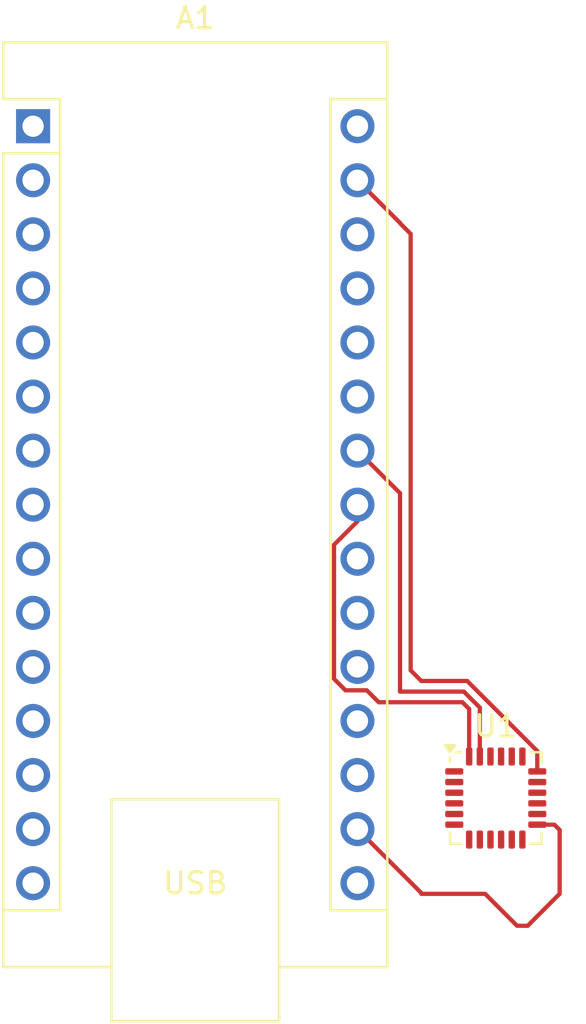
<source format=kicad_pcb>
(kicad_pcb (version 20240108) (generator "pcbnew") (generator_version "8.0")
  (layers (0 "F.Cu" signal) (31 "B.Cu" signal) (34 "B.Paste" user) (35 "F.Paste" user) (36 "B.SilkS" user "B.Silkscreen") (37 "F.SilkS" user "F.Silkscreen") (38 "B.Mask" user) (39 "F.Mask" user) (44 "Edge.Cuts" user))
  (net 0 "")
  (net 3 "Net-(A1-A4)")
  (net 7 "Net-(A1-+5V)")
  (net 19 "Net-(A1-A5)")
  (net 25 "Net-(U1-GND)")
  (footprint "Sensor_Motion:InvenSense_QFN-24_4x4mm_P0.5mm" (layer "F.Cu") (at 116.5 95)
    (property "Reference" "U1" (at 0 -3.375 360) (layer "F.SilkS"))
    (property "Value" "MPU-6050")
    (fp_line (start -2.15 -1.685) (end -2.15 -1.91) (stroke (width 0.12)) (layer "F.SilkS"))
    (fp_line (start -2.15 2.15) (end -2.15 1.625) (stroke (width 0.12)) (layer "F.SilkS"))
    (fp_line (start -2.15 2.15) (end -1.625 2.15) (stroke (width 0.12)) (layer "F.SilkS"))
    (fp_line (start -1.625 -2.15) (end -1.85 -2.15) (stroke (width 0.12)) (layer "F.SilkS"))
    (fp_line (start 2.15 -2.15) (end 1.625 -2.15) (stroke (width 0.12)) (layer "F.SilkS"))
    (fp_line (start 2.15 -2.15) (end 2.15 -1.625) (stroke (width 0.12)) (layer "F.SilkS"))
    (fp_line (start 2.15 2.15) (end 1.625 2.15) (stroke (width 0.12)) (layer "F.SilkS"))
    (fp_line (start 2.15 2.15) (end 2.15 1.625) (stroke (width 0.12)) (layer "F.SilkS"))
    (fp_poly (pts (xy -2.15 -2.15) (xy -2.39 -2.48) (xy -1.91 -2.48) (xy -2.15 -2.15)) (stroke (width 0.12)) (fill solid) (layer "F.SilkS"))
    (pad "1" smd roundrect (at -1.95 -1.25) (size 0.85 0.3) (layers "F.Cu" "F.Paste" "F.Mask"))
    (pad "2" smd roundrect (at -1.95 -0.75) (size 0.85 0.3) (layers "F.Cu" "F.Paste" "F.Mask"))
    (pad "3" smd roundrect (at -1.95 -0.25) (size 0.85 0.3) (layers "F.Cu" "F.Paste" "F.Mask"))
    (pad "4" smd roundrect (at -1.95 0.25) (size 0.85 0.3) (layers "F.Cu" "F.Paste" "F.Mask"))
    (pad "5" smd roundrect (at -1.95 0.75) (size 0.85 0.3) (layers "F.Cu" "F.Paste" "F.Mask"))
    (pad "6" smd roundrect (at -1.95 1.25) (size 0.85 0.3) (layers "F.Cu" "F.Paste" "F.Mask"))
    (pad "7" smd roundrect (at -1.25 1.95 90) (size 0.85 0.3) (layers "F.Cu" "F.Paste" "F.Mask"))
    (pad "8" smd roundrect (at -0.75 1.95 90) (size 0.85 0.3) (layers "F.Cu" "F.Paste" "F.Mask"))
    (pad "9" smd roundrect (at -0.25 1.95 90) (size 0.85 0.3) (layers "F.Cu" "F.Paste" "F.Mask"))
    (pad "10" smd roundrect (at 0.25 1.95 90) (size 0.85 0.3) (layers "F.Cu" "F.Paste" "F.Mask"))
    (pad "11" smd roundrect (at 0.75 1.95 90) (size 0.85 0.3) (layers "F.Cu" "F.Paste" "F.Mask"))
    (pad "12" smd roundrect (at 1.25 1.95 90) (size 0.85 0.3) (layers "F.Cu" "F.Paste" "F.Mask"))
    (pad "13" smd roundrect (at 1.95 1.25) (size 0.85 0.3) (layers "F.Cu" "F.Paste" "F.Mask") (net 7 "Net-(A1-+5V)"))
    (pad "14" smd roundrect (at 1.95 0.75) (size 0.85 0.3) (layers "F.Cu" "F.Paste" "F.Mask"))
    (pad "15" smd roundrect (at 1.95 0.25) (size 0.85 0.3) (layers "F.Cu" "F.Paste" "F.Mask"))
    (pad "16" smd roundrect (at 1.95 -0.25) (size 0.85 0.3) (layers "F.Cu" "F.Paste" "F.Mask"))
    (pad "17" smd roundrect (at 1.95 -0.75) (size 0.85 0.3) (layers "F.Cu" "F.Paste" "F.Mask"))
    (pad "18" smd roundrect (at 1.95 -1.25) (size 0.85 0.3) (layers "F.Cu" "F.Paste" "F.Mask") (net 25 "Net-(U1-GND)"))
    (pad "19" smd roundrect (at 1.25 -1.95 90) (size 0.85 0.3) (layers "F.Cu" "F.Paste" "F.Mask"))
    (pad "20" smd roundrect (at 0.75 -1.95 90) (size 0.85 0.3) (layers "F.Cu" "F.Paste" "F.Mask"))
    (pad "21" smd roundrect (at 0.25 -1.95 90) (size 0.85 0.3) (layers "F.Cu" "F.Paste" "F.Mask"))
    (pad "22" smd roundrect (at -0.25 -1.95 90) (size 0.85 0.3) (layers "F.Cu" "F.Paste" "F.Mask"))
    (pad "23" smd roundrect (at -0.75 -1.95 90) (size 0.85 0.3) (layers "F.Cu" "F.Paste" "F.Mask") (net 19 "Net-(A1-A5)"))
    (pad "24" smd roundrect (at -1.25 -1.95 90) (size 0.85 0.3) (layers "F.Cu" "F.Paste" "F.Mask") (net 3 "Net-(A1-A4)"))
  )
  (footprint "Module:Arduino_Nano" (layer "F.Cu") (at 94.76 63.44)
    (property "Reference" "A1" (at 7.62 -5.08 0) (layer "F.SilkS"))
    (property "Value" "Arduino_Nano_v3.x")
    (fp_line (start -1.4 -3.94) (end -1.4 -1.27) (stroke (width 0.12)) (layer "F.SilkS"))
    (fp_line (start -1.4 1.27) (end -1.4 39.5) (stroke (width 0.12)) (layer "F.SilkS"))
    (fp_line (start -1.4 39.5) (end 3.68 39.5) (stroke (width 0.12)) (layer "F.SilkS"))
    (fp_line (start 1.27 -1.27) (end -1.4 -1.27) (stroke (width 0.12)) (layer "F.SilkS"))
    (fp_line (start 1.27 1.27) (end -1.4 1.27) (stroke (width 0.12)) (layer "F.SilkS"))
    (fp_line (start 1.27 1.27) (end 1.27 -1.27) (stroke (width 0.12)) (layer "F.SilkS"))
    (fp_line (start 1.27 1.27) (end 1.27 36.83) (stroke (width 0.12)) (layer "F.SilkS"))
    (fp_line (start 1.27 36.83) (end -1.4 36.83) (stroke (width 0.12)) (layer "F.SilkS"))
    (fp_line (start 3.68 31.62) (end 11.56 31.62) (stroke (width 0.12)) (layer "F.SilkS"))
    (fp_line (start 3.68 42.04) (end 3.68 31.62) (stroke (width 0.12)) (layer "F.SilkS"))
    (fp_line (start 11.56 31.62) (end 11.56 42.04) (stroke (width 0.12)) (layer "F.SilkS"))
    (fp_line (start 11.56 42.04) (end 3.68 42.04) (stroke (width 0.12)) (layer "F.SilkS"))
    (fp_line (start 13.97 -1.27) (end 13.97 36.83) (stroke (width 0.12)) (layer "F.SilkS"))
    (fp_line (start 13.97 -1.27) (end 16.64 -1.27) (stroke (width 0.12)) (layer "F.SilkS"))
    (fp_line (start 13.97 36.83) (end 16.64 36.83) (stroke (width 0.12)) (layer "F.SilkS"))
    (fp_line (start 16.64 -3.94) (end -1.4 -3.94) (stroke (width 0.12)) (layer "F.SilkS"))
    (fp_line (start 16.64 39.5) (end 11.56 39.5) (stroke (width 0.12)) (layer "F.SilkS"))
    (fp_line (start 16.64 39.5) (end 16.64 -3.94) (stroke (width 0.12)) (layer "F.SilkS"))
    (fp_text user "USB" (at 7.62 35.56 0) (layer "F.SilkS"))
    (pad "1" thru_hole rect (at 0 0) (size 1.6 1.6) (drill 1) (layers "*.Cu" "*.Mask"))
    (pad "2" thru_hole oval (at 0 2.54) (size 1.6 1.6) (drill 1) (layers "*.Cu" "*.Mask"))
    (pad "3" thru_hole oval (at 0 5.08) (size 1.6 1.6) (drill 1) (layers "*.Cu" "*.Mask"))
    (pad "4" thru_hole oval (at 0 7.62) (size 1.6 1.6) (drill 1) (layers "*.Cu" "*.Mask"))
    (pad "5" thru_hole oval (at 0 10.16) (size 1.6 1.6) (drill 1) (layers "*.Cu" "*.Mask"))
    (pad "6" thru_hole oval (at 0 12.7) (size 1.6 1.6) (drill 1) (layers "*.Cu" "*.Mask"))
    (pad "7" thru_hole oval (at 0 15.24) (size 1.6 1.6) (drill 1) (layers "*.Cu" "*.Mask"))
    (pad "8" thru_hole oval (at 0 17.78) (size 1.6 1.6) (drill 1) (layers "*.Cu" "*.Mask"))
    (pad "9" thru_hole oval (at 0 20.32) (size 1.6 1.6) (drill 1) (layers "*.Cu" "*.Mask"))
    (pad "10" thru_hole oval (at 0 22.86) (size 1.6 1.6) (drill 1) (layers "*.Cu" "*.Mask"))
    (pad "11" thru_hole oval (at 0 25.4) (size 1.6 1.6) (drill 1) (layers "*.Cu" "*.Mask"))
    (pad "12" thru_hole oval (at 0 27.94) (size 1.6 1.6) (drill 1) (layers "*.Cu" "*.Mask"))
    (pad "13" thru_hole oval (at 0 30.48) (size 1.6 1.6) (drill 1) (layers "*.Cu" "*.Mask"))
    (pad "14" thru_hole oval (at 0 33.02) (size 1.6 1.6) (drill 1) (layers "*.Cu" "*.Mask"))
    (pad "15" thru_hole oval (at 0 35.56) (size 1.6 1.6) (drill 1) (layers "*.Cu" "*.Mask"))
    (pad "16" thru_hole oval (at 15.24 35.56) (size 1.6 1.6) (drill 1) (layers "*.Cu" "*.Mask"))
    (pad "17" thru_hole oval (at 15.24 33.02) (size 1.6 1.6) (drill 1) (layers "*.Cu" "*.Mask") (net 7 "Net-(A1-+5V)"))
    (pad "18" thru_hole oval (at 15.24 30.48) (size 1.6 1.6) (drill 1) (layers "*.Cu" "*.Mask"))
    (pad "19" thru_hole oval (at 15.24 27.94) (size 1.6 1.6) (drill 1) (layers "*.Cu" "*.Mask"))
    (pad "20" thru_hole oval (at 15.24 25.4) (size 1.6 1.6) (drill 1) (layers "*.Cu" "*.Mask"))
    (pad "21" thru_hole oval (at 15.24 22.86) (size 1.6 1.6) (drill 1) (layers "*.Cu" "*.Mask"))
    (pad "22" thru_hole oval (at 15.24 20.32) (size 1.6 1.6) (drill 1) (layers "*.Cu" "*.Mask"))
    (pad "23" thru_hole oval (at 15.24 17.78) (size 1.6 1.6) (drill 1) (layers "*.Cu" "*.Mask") (net 3 "Net-(A1-A4)"))
    (pad "24" thru_hole oval (at 15.24 15.24) (size 1.6 1.6) (drill 1) (layers "*.Cu" "*.Mask") (net 19 "Net-(A1-A5)"))
    (pad "25" thru_hole oval (at 15.24 12.7) (size 1.6 1.6) (drill 1) (layers "*.Cu" "*.Mask"))
    (pad "26" thru_hole oval (at 15.24 10.16) (size 1.6 1.6) (drill 1) (layers "*.Cu" "*.Mask"))
    (pad "27" thru_hole oval (at 15.24 7.62) (size 1.6 1.6) (drill 1) (layers "*.Cu" "*.Mask") (net 7 "Net-(A1-+5V)"))
    (pad "28" thru_hole oval (at 15.24 5.08) (size 1.6 1.6) (drill 1) (layers "*.Cu" "*.Mask"))
    (pad "29" thru_hole oval (at 15.24 2.54) (size 1.6 1.6) (drill 1) (layers "*.Cu" "*.Mask") (net 25 "Net-(U1-GND)"))
    (pad "30" thru_hole oval (at 15.24 0) (size 1.6 1.6) (drill 1) (layers "*.Cu" "*.Mask"))
  )
  (segment (start 110 82) (end 110 81.22) (width 0.2) (layer "F.Cu") (net 3))
  (segment (start 115.25 90.815686) (end 114.934314 90.5) (width 0.2) (layer "F.Cu") (net 3))
  (segment (start 115.25 93.05) (end 115.25 90.815686) (width 0.2) (layer "F.Cu") (net 3))
  (segment (start 110.44 89.94) (end 109.44 89.94) (width 0.2) (layer "F.Cu") (net 3))
  (segment (start 111 90.5) (end 110.44 89.94) (width 0.2) (layer "F.Cu") (net 3))
  (segment (start 108.9 89.4) (end 108.9 83.1) (width 0.2) (layer "F.Cu") (net 3))
  (segment (start 109.44 89.94) (end 108.9 89.4) (width 0.2) (layer "F.Cu") (net 3))
  (segment (start 108.9 83.1) (end 110 82) (width 0.2) (layer "F.Cu") (net 3))
  (segment (start 114.934314 90.5) (end 111 90.5) (width 0.2) (layer "F.Cu") (net 3))
  (segment (start 119.5 96.5) (end 119.5 99.5) (width 0.2) (layer "F.Cu") (net 7))
  (segment (start 118 101) (end 117.5 101) (width 0.2) (layer "F.Cu") (net 7))
  (segment (start 116 99.5) (end 113 99.5) (width 0.2) (layer "F.Cu") (net 7))
  (segment (start 113 99.46) (end 110 96.46) (width 0.2) (layer "F.Cu") (net 7))
  (segment (start 119.5 99.5) (end 118 101) (width 0.2) (layer "F.Cu") (net 7))
  (segment (start 113 99.5) (end 113 99.46) (width 0.2) (layer "F.Cu") (net 7))
  (segment (start 117.5 101) (end 116 99.5) (width 0.2) (layer "F.Cu") (net 7))
  (segment (start 118.45 96.25) (end 119.25 96.25) (width 0.2) (layer "F.Cu") (net 7))
  (segment (start 119.25 96.25) (end 119.5 96.5) (width 0.2) (layer "F.Cu") (net 7))
  (segment (start 115 90) (end 112 90) (width 0.2) (layer "F.Cu") (net 19))
  (segment (start 112 80.68) (end 110 78.68) (width 0.2) (layer "F.Cu") (net 19))
  (segment (start 115.75 90.75) (end 115 90) (width 0.2) (layer "F.Cu") (net 19))
  (segment (start 115.75 93.05) (end 115.75 90.75) (width 0.2) (layer "F.Cu") (net 19))
  (segment (start 112 90) (end 112 80.68) (width 0.2) (layer "F.Cu") (net 19))
  (segment (start 112.02 68) (end 112.02 68.02) (width 0.2) (layer "F.Cu") (net 25))
  (segment (start 115.15741 89.5) (end 118.45 92.79259) (width 0.2) (layer "F.Cu") (net 25))
  (segment (start 112.5 68.5) (end 112.5 89) (width 0.2) (layer "F.Cu") (net 25))
  (segment (start 113 89.5) (end 115.15741 89.5) (width 0.2) (layer "F.Cu") (net 25))
  (segment (start 118.45 92.79259) (end 118.45 93.75) (width 0.2) (layer "F.Cu") (net 25))
  (segment (start 110 65.98) (end 112.02 68) (width 0.2) (layer "F.Cu") (net 25))
  (segment (start 112.02 68.02) (end 112.5 68.5) (width 0.2) (layer "F.Cu") (net 25))
  (segment (start 112.5 89) (end 113 89.5) (width 0.2) (layer "F.Cu") (net 25))
)
</source>
